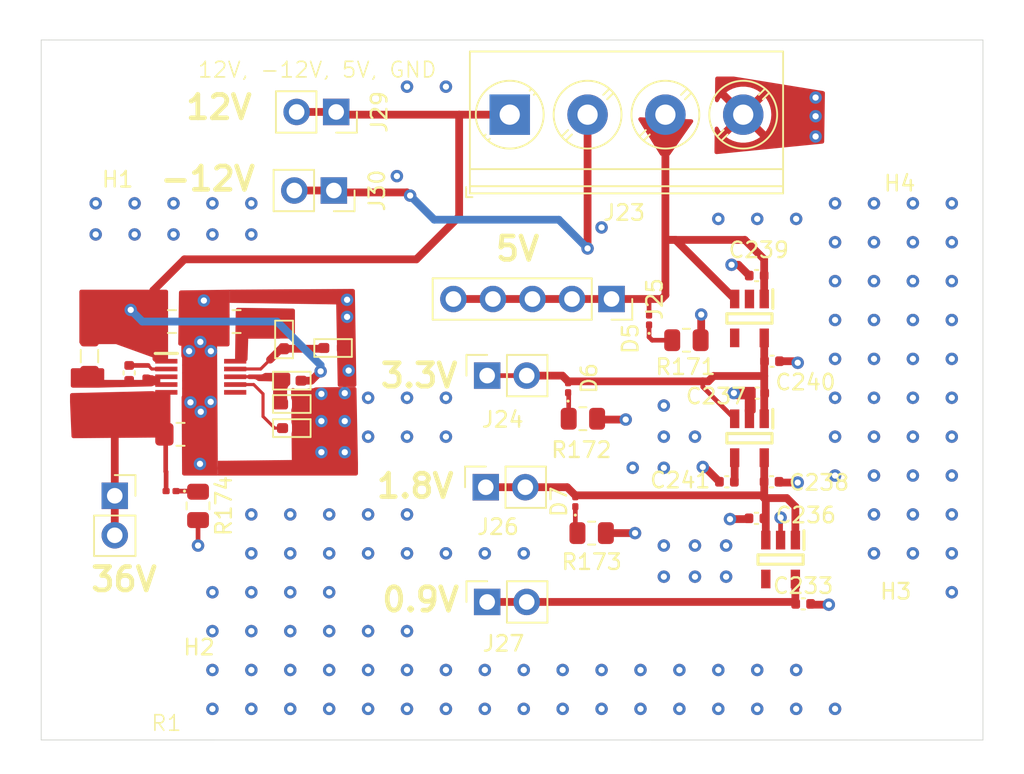
<source format=kicad_pcb>
(kicad_pcb (version 20240108) (generator "pcbnew") (generator_version "8.0")
  (layers (0 "F.Cu" signal) (1 "In1.Cu" power) (2 "In2.Cu" power) (31 "B.Cu" signal) (34 "B.Paste" user) (35 "F.Paste" user) (36 "B.SilkS" user "B.Silkscreen") (37 "F.SilkS" user "F.Silkscreen") (38 "B.Mask" user) (39 "F.Mask" user) (44 "Edge.Cuts" user))
  (net 0 "")
  (net 1 "5V")
  (net 2 "12V")
  (net 3 "3.3V")
  (net 4 "GND")
  (net 5 "Net-(IC7-NR{slash}FB)")
  (net 6 "Net-(D5-Pad1)")
  (net 7 "Net-(D6-Pad1)")
  (net 8 "Net-(D7-Pad1)")
  (net 11 "-12V")
  (net 12 "1.8V")
  (net 13 "Net-(D8-Pad1)")
  (net 14 "0.9V")
  (net 15 "SW")
  (net 16 "BST")
  (net 17 "Net-(IC2-INTVCC)")
  (net 18 "36V")
  (net 19 "EN{slash}UVLO")
  (net 20 "Net-(IC2-CTRL)")
  (net 21 "Net-(IC2-RT)")
  (footprint "LED_SMD:LED_0201_0603Metric" (layer "F.Cu") (at 162.85 61.855 90)
    (property "Reference" "D6" (at 0.605 1.35 90) (layer "F.SilkS"))
    (property "Value" "LED")
    (pad "1" smd roundrect (at -0.32 0 90) (size 0.46 0.4) (layers "F.Cu" "F.Mask") (net 7 "Net-(D6-Pad1)"))
    (pad "2" smd roundrect (at 0.32 0 90) (size 0.46 0.4) (layers "F.Cu" "F.Mask") (net 3 "3.3V"))
  )
  (footprint "Capacitor_SMD:C_0402_1005Metric" (layer "F.Cu") (at 174.95 70.25)
    (property "Reference" "C236" (at 3.175 -0.205 360) (layer "F.SilkS"))
    (property "Value" "1uF")
    (pad "1" smd roundrect (at -0.48 0) (size 0.56 0.62) (layers "F.Cu" "F.Paste" "F.Mask") (net 4 "GND"))
    (pad "2" smd roundrect (at 0.48 0) (size 0.56 0.62) (layers "F.Cu" "F.Paste" "F.Mask") (net 12 "1.8V"))
  )
  (footprint "Capacitor_SMD:C_0402_1005Metric" (layer "F.Cu") (at 173.05 67.9 180)
    (property "Reference" "C241" (at 3 0.1 360) (layer "F.SilkS"))
    (property "Value" "0.1uF")
    (pad "1" smd roundrect (at -0.48 0 180) (size 0.56 0.62) (layers "F.Cu" "F.Paste" "F.Mask") (net 5 "Net-(IC7-NR{slash}FB)"))
    (pad "2" smd roundrect (at 0.48 0 180) (size 0.56 0.62) (layers "F.Cu" "F.Paste" "F.Mask") (net 4 "GND"))
  )
  (footprint "Capacitor_SMD:C_0805_2012Metric_Pad1.18x1.45mm_HandSolder" (layer "F.Cu") (at 137.4 57.6)
    (property "Reference" "C51" (hide yes))
    (property "Value" "2.2uF")
    (pad "1" smd roundrect (at -1.0375 0) (size 1.175 1.45) (layers "F.Cu" "F.Paste" "F.Mask") (roundrect_rratio 0.212766) (net 2 "12V"))
    (pad "2" smd roundrect (at 1.0375 0) (size 1.175 1.45) (layers "F.Cu" "F.Paste" "F.Mask") (roundrect_rratio 0.212766) (net 4 "GND"))
  )
  (footprint "Capacitor_SMD:C_0402_1005Metric" (layer "F.Cu") (at 134.65 60.9 90)
    (property "Reference" "C52" (hide yes))
    (property "Value" "2.2uF")
    (pad "1" smd roundrect (at -0.48 0 90) (size 0.56 0.62) (layers "F.Cu" "F.Paste" "F.Mask") (net 15 "SW"))
    (pad "2" smd roundrect (at 0.48 0 90) (size 0.56 0.62) (layers "F.Cu" "F.Paste" "F.Mask") (net 16 "BST"))
  )
  (footprint "Connector_PinSocket_2.54mm:PinSocket_1x02_P2.54mm_Vertical" (layer "F.Cu") (at 157.65 61.075 90)
    (property "Reference" "J24" (at -2.825 1 0) (layer "F.SilkS"))
    (property "Value" "PINHD_1x2_Female")
    (pad "1" thru_hole rect (at 0 0 90) (size 1.7 1.7) (drill 1) (layers "*.Cu" "*.Mask") (net 3 "3.3V"))
    (pad "2" thru_hole oval (at 0 2.54 90) (size 1.7 1.7) (drill 1) (layers "*.Cu" "*.Mask") (net 3 "3.3V"))
  )
  (footprint "Resistor_SMD:R_0805_2012Metric" (layer "F.Cu") (at 139.075 69.45 -90)
    (property "Reference" "R174" (at 0 -1.65 90) (layer "F.SilkS"))
    (property "Value" "2.2k")
    (pad "1" smd roundrect (at -0.9125 0 270) (size 1.025 1.4) (layers "F.Cu" "F.Paste" "F.Mask") (roundrect_rratio 0.243902) (net 13 "Net-(D8-Pad1)"))
    (pad "2" smd roundrect (at 0.9125 0 270) (size 1.025 1.4) (layers "F.Cu" "F.Paste" "F.Mask") (roundrect_rratio 0.243902) (net 4 "GND"))
  )
  (footprint "PCM_Resistor_SMD_AKL:R_0402_1005Metric_Pad0.72x0.64mm_HandSolder" (layer "F.Cu") (at 145.1 62.9)
    (property "Reference" "R38" (hide yes))
    (property "Value" "162k")
    (pad "1" smd roundrect (at -0.5975 0) (size 0.715 0.64) (layers "F.Cu" "F.Paste" "F.Mask") (net 19 "EN{slash}UVLO"))
    (pad "2" smd roundrect (at 0.5975 0) (size 0.715 0.64) (layers "F.Cu" "F.Paste" "F.Mask") (net 4 "GND"))
  )
  (footprint "TerminalBlock_Phoenix:TerminalBlock_Phoenix_PT-1,5-4-5.0-H_1x04_P5.00mm_Horizontal" (layer "F.Cu") (at 159.1 44.3)
    (property "Reference" "J23" (at 7.35 6.3 0) (layer "F.SilkS"))
    (property "Value" "Screw_Terminal_4_P5.00mm")
    (pad "1" thru_hole rect (at 0 0) (size 2.6 2.6) (drill 1.3) (layers "*.Cu" "*.Mask") (net 2 "12V"))
    (pad "2" thru_hole circle (at 5 0) (size 2.6 2.6) (drill 1.3) (layers "*.Cu" "*.Mask") (net 11 "-12V"))
    (pad "3" thru_hole circle (at 10 0) (size 2.6 2.6) (drill 1.3) (layers "*.Cu" "*.Mask") (net 1 "5V"))
    (pad "4" thru_hole circle (at 15 0) (size 2.6 2.6) (drill 1.3) (layers "*.Cu" "*.Mask") (net 4 "GND"))
  )
  (footprint "PCM_Resistor_SMD_AKL:R_0402_1005Metric_Pad0.72x0.64mm_HandSolder" (layer "F.Cu") (at 144.6 58.75 -90)
    (property "Reference" "R40" (hide yes))
    (property "Value" "301k")
    (pad "1" smd roundrect (at -0.5975 0 270) (size 0.715 0.64) (layers "F.Cu" "F.Paste" "F.Mask") (net 17 "Net-(IC2-INTVCC)"))
    (pad "2" smd roundrect (at 0.5975 0 270) (size 0.715 0.64) (layers "F.Cu" "F.Paste" "F.Mask") (net 20 "Net-(IC2-CTRL)"))
  )
  (footprint "SamacSys_Parts:SOT95P280X145-5N" (layer "F.Cu") (at 176.5 72.9 -90)
    (property "Reference" "IC6" (hide yes))
    (property "Value" "TLV71209DBVT" (hide yes))
    (pad "1" smd rect (at -1.25 -0.95) (size 0.6 1.2) (layers "F.Cu" "F.Paste" "F.Mask") (net 12 "1.8V"))
    (pad "2" smd rect (at -1.25 0) (size 0.6 1.2) (layers "F.Cu" "F.Paste" "F.Mask") (net 4 "GND"))
    (pad "3" smd rect (at -1.25 0.95) (size 0.6 1.2) (layers "F.Cu" "F.Paste" "F.Mask") (net 12 "1.8V"))
    (pad "4" smd rect (at 1.25 0.95) (size 0.6 1.2) (layers "F.Cu" "F.Paste" "F.Mask"))
    (pad "5" smd rect (at 1.25 -0.95) (size 0.6 1.2) (layers "F.Cu" "F.Paste" "F.Mask") (net 14 "0.9V"))
  )
  (footprint "Connector_PinSocket_2.54mm:PinSocket_1x02_P2.54mm_Vertical" (layer "F.Cu") (at 133.725 68.8)
    (property "Reference" "J28" (hide yes))
    (property "Value" "PINHD_1x2_Female")
    (pad "1" thru_hole rect (at 0 0) (size 1.7 1.7) (drill 1) (layers "*.Cu" "*.Mask") (net 18 "36V"))
    (pad "2" thru_hole oval (at 0 2.54) (size 1.7 1.7) (drill 1) (layers "*.Cu" "*.Mask") (net 18 "36V"))
  )
  (footprint "SamacSys_Parts:SOP50P490X110-11N" (layer "F.Cu") (at 139.25 61.15)
    (property "Reference" "IC2" (hide yes))
    (property "Value" "LT8338" (hide yes))
    (pad "1" smd rect (at -2.212 -1 90) (size 0.3 1.425) (layers "F.Cu" "F.Paste" "F.Mask") (net 2 "12V"))
    (pad "2" smd rect (at -2.212 -0.5 90) (size 0.3 1.425) (layers "F.Cu" "F.Paste" "F.Mask") (net 16 "BST"))
    (pad "3" smd rect (at -2.212 0 90) (size 0.3 1.425) (layers "F.Cu" "F.Paste" "F.Mask") (net 15 "SW"))
    (pad "4" smd rect (at -2.212 0.5 90) (size 0.3 1.425) (layers "F.Cu" "F.Paste" "F.Mask") (net 15 "SW"))
    (pad "5" smd rect (at -2.212 1 90) (size 0.3 1.425) (layers "F.Cu" "F.Paste" "F.Mask") (net 18 "36V"))
    (pad "6" smd rect (at 2.212 1 90) (size 0.3 1.425) (layers "F.Cu" "F.Paste" "F.Mask") (net 4 "GND"))
    (pad "7" smd rect (at 2.212 0.5 90) (size 0.3 1.425) (layers "F.Cu" "F.Paste" "F.Mask") (net 21 "Net-(IC2-RT)"))
    (pad "8" smd rect (at 2.212 0 90) (size 0.3 1.425) (layers "F.Cu" "F.Paste" "F.Mask") (net 19 "EN{slash}UVLO"))
    (pad "9" smd rect (at 2.212 -0.5 90) (size 0.3 1.425) (layers "F.Cu" "F.Paste" "F.Mask") (net 20 "Net-(IC2-CTRL)"))
    (pad "10" smd rect (at 2.212 -1 90) (size 0.3 1.425) (layers "F.Cu" "F.Paste" "F.Mask") (net 17 "Net-(IC2-INTVCC)"))
    (pad "11" smd rect (at 0 0) (size 1.68 1.88) (layers "F.Cu" "F.Paste" "F.Mask") (net 4 "GND"))
  )
  (footprint "LED_SMD:LED_0201_0603Metric" (layer "F.Cu") (at 163.3125 69.1825 90)
    (property "Reference" "D7" (at 0 -1.05 90) (layer "F.SilkS"))
    (property "Value" "LED")
    (pad "1" smd roundrect (at -0.32 0 90) (size 0.46 0.4) (layers "F.Cu" "F.Mask") (net 8 "Net-(D7-Pad1)"))
    (pad "2" smd roundrect (at 0.32 0 90) (size 0.46 0.4) (layers "F.Cu" "F.Mask") (net 12 "1.8V"))
  )
  (footprint "MountingHole:MountingHole_3.2mm_M3" (layer "F.Cu") (at 134.25 44.15)
    (property "Reference" "H1" (at -0.3412 4.3132 0) (layer "F.SilkS"))
    (property "Value" "MountingHole_M3")
    (pad "" np_thru_hole circle (at 0 0) (size 3.2 3.2) (drill 3.2) (layers "*.Cu" "*.Mask"))
  )
  (footprint "Connector_PinSocket_2.54mm:PinSocket_1x02_P2.54mm_Vertical" (layer "F.Cu") (at 157.56 68.25 90)
    (property "Reference" "J26" (at -2.55 0.79 180) (layer "F.SilkS"))
    (property "Value" "PINHD_1x2_Female")
    (pad "1" thru_hole rect (at 0 0 90) (size 1.7 1.7) (drill 1) (layers "*.Cu" "*.Mask") (net 12 "1.8V"))
    (pad "2" thru_hole oval (at 0 2.54 90) (size 1.7 1.7) (drill 1) (layers "*.Cu" "*.Mask") (net 12 "1.8V"))
  )
  (footprint "PCM_Resistor_SMD_AKL:R_0402_1005Metric_Pad0.72x0.64mm_HandSolder" (layer "F.Cu") (at 145.1 61.4 180)
    (property "Reference" "R37" (hide yes))
    (property "Value" "1M")
    (pad "1" smd roundrect (at -0.5975 0 180) (size 0.715 0.64) (layers "F.Cu" "F.Paste" "F.Mask") (net 2 "12V"))
    (pad "2" smd roundrect (at 0.5975 0 180) (size 0.715 0.64) (layers "F.Cu" "F.Paste" "F.Mask") (net 19 "EN{slash}UVLO"))
  )
  (footprint "MountingHole:MountingHole_3.2mm_M3" (layer "F.Cu") (at 183.9 44.15)
    (property "Reference" "H4" (at 0.25 4.5672 0) (layer "F.SilkS"))
    (property "Value" "MountingHole_M3")
    (pad "" np_thru_hole circle (at 0 0) (size 3.2 3.2) (drill 3.2) (layers "*.Cu" "*.Mask"))
  )
  (footprint "Connector_PinSocket_2.54mm:PinSocket_1x02_P2.54mm_Vertical" (layer "F.Cu") (at 147.95 44.125 -90)
    (property "Reference" "J29" (at 0 -2.77 90) (layer "F.SilkS"))
    (property "Value" "PINHD_1x2_Female")
    (pad "1" thru_hole rect (at 0 0 270) (size 1.7 1.7) (drill 1) (layers "*.Cu" "*.Mask") (net 2 "12V"))
    (pad "2" thru_hole oval (at 0 2.54 270) (size 1.7 1.7) (drill 1) (layers "*.Cu" "*.Mask") (net 2 "12V"))
  )
  (footprint "LED_SMD:LED_0201_0603Metric" (layer "F.Cu") (at 168.05 57.5 90)
    (property "Reference" "D5" (at -1.2 -1.2 90) (layer "F.SilkS"))
    (property "Value" "LED")
    (pad "1" smd roundrect (at -0.32 0 90) (size 0.46 0.4) (layers "F.Cu" "F.Mask") (net 6 "Net-(D5-Pad1)"))
    (pad "2" smd roundrect (at 0.32 0 90) (size 0.46 0.4) (layers "F.Cu" "F.Mask") (net 1 "5V"))
  )
  (footprint "Resistor_SMD:R_0805_2012Metric" (layer "F.Cu") (at 163.8 63.8475)
    (property "Reference" "R172" (at -0.1 2.0025 360) (layer "F.SilkS"))
    (property "Value" "2.2k")
    (pad "1" smd roundrect (at -0.9125 0) (size 1.025 1.4) (layers "F.Cu" "F.Paste" "F.Mask") (roundrect_rratio 0.243902) (net 7 "Net-(D6-Pad1)"))
    (pad "2" smd roundrect (at 0.9125 0) (size 1.025 1.4) (layers "F.Cu" "F.Paste" "F.Mask") (roundrect_rratio 0.243902) (net 4 "GND"))
  )
  (footprint "LED_SMD:LED_0201_0603Metric" (layer "F.Cu") (at 137.3425 68.5 180)
    (property "Reference" "D8" (hide yes))
    (property "Value" "LED")
    (pad "1" smd roundrect (at -0.32 0 180) (size 0.46 0.4) (layers "F.Cu" "F.Mask") (net 13 "Net-(D8-Pad1)"))
    (pad "2" smd roundrect (at 0.32 0 180) (size 0.46 0.4) (layers "F.Cu" "F.Mask") (net 18 "36V"))
  )
  (footprint "Inductor_SMD:L_0805_2012Metric" (layer "F.Cu") (at 132.1 59.825 -90)
    (property "Reference" "L4" (hide yes))
    (property "Value" "10uH")
    (pad "1" smd roundrect (at -1.0625 0 270) (size 0.875 1.2) (layers "F.Cu" "F.Paste" "F.Mask") (net 2 "12V"))
    (pad "2" smd roundrect (at 1.0625 0 270) (size 0.875 1.2) (layers "F.Cu" "F.Paste" "F.Mask") (net 15 "SW"))
  )
  (footprint "PCM_Resistor_SMD_AKL:R_0402_1005Metric_Pad0.72x0.64mm_HandSolder" (layer "F.Cu") (at 145.1 64.45)
    (property "Reference" "R39" (hide yes))
    (property "Value" "40.2k")
    (pad "1" smd roundrect (at -0.5975 0) (size 0.715 0.64) (layers "F.Cu" "F.Paste" "F.Mask") (net 21 "Net-(IC2-RT)"))
    (pad "2" smd roundrect (at 0.5975 0) (size 0.715 0.64) (layers "F.Cu" "F.Paste" "F.Mask") (net 4 "GND"))
  )
  (footprint "Capacitor_SMD:C_0805_2012Metric_Pad1.18x1.45mm_HandSolder" (layer "F.Cu") (at 137.95 64.85)
    (property "Reference" "C242" (hide yes))
    (property "Value" "4.7uF")
    (pad "1" smd roundrect (at -1.0375 0) (size 1.175 1.45) (layers "F.Cu" "F.Paste" "F.Mask") (roundrect_rratio 0.212766) (net 18 "36V"))
    (pad "2" smd roundrect (at 1.0375 0) (size 1.175 1.45) (layers "F.Cu" "F.Paste" "F.Mask") (roundrect_rratio 0.212766) (net 4 "GND"))
  )
  (footprint "PCM_Resistor_SMD_AKL:R_0402_1005Metric_Pad0.72x0.64mm_HandSolder" (layer "F.Cu") (at 147.75 59.3)
    (property "Reference" "R41" (hide yes))
    (property "Value" "1M")
    (pad "1" smd roundrect (at -0.5975 0) (size 0.715 0.64) (layers "F.Cu" "F.Paste" "F.Mask") (net 20 "Net-(IC2-CTRL)"))
    (pad "2" smd roundrect (at 0.5975 0) (size 0.715 0.64) (layers "F.Cu" "F.Paste" "F.Mask") (net 4 "GND"))
  )
  (footprint "Connector_PinSocket_2.54mm:PinSocket_1x05_P2.54mm_Vertical" (layer "F.Cu") (at 165.64 56.15 -90)
    (property "Reference" "J25" (at 0 -2.77 90) (layer "F.SilkS"))
    (property "Value" "PINHD_1x5_Female")
    (pad "1" thru_hole rect (at 0 0 270) (size 1.7 1.7) (drill 1) (layers "*.Cu" "*.Mask") (net 1 "5V"))
    (pad "2" thru_hole oval (at 0 2.54 270) (size 1.7 1.7) (drill 1) (layers "*.Cu" "*.Mask") (net 1 "5V"))
    (pad "3" thru_hole oval (at 0 5.08 270) (size 1.7 1.7) (drill 1) (layers "*.Cu" "*.Mask") (net 1 "5V"))
    (pad "4" thru_hole oval (at 0 7.62 270) (size 1.7 1.7) (drill 1) (layers "*.Cu" "*.Mask") (net 1 "5V"))
    (pad "5" thru_hole oval (at 0 10.16 270) (size 1.7 1.7) (drill 1) (layers "*.Cu" "*.Mask") (net 1 "5V"))
  )
  (footprint "SamacSys_Parts:SOT95P280X145-5N" (layer "F.Cu") (at 174.5 57.4 -90)
    (property "Reference" "IC8" (hide yes))
    (property "Value" "TLV73333PDBVR" (hide yes))
    (pad "1" smd rect (at -1.25 -0.95) (size 0.6 1.2) (layers "F.Cu" "F.Paste" "F.Mask") (net 1 "5V"))
    (pad "2" smd rect (at -1.25 0) (size 0.6 1.2) (layers "F.Cu" "F.Paste" "F.Mask") (net 4 "GND"))
    (pad "3" smd rect (at -1.25 0.95) (size 0.6 1.2) (layers "F.Cu" "F.Paste" "F.Mask") (net 1 "5V"))
    (pad "4" smd rect (at 1.25 0.95) (size 0.6 1.2) (layers "F.Cu" "F.Paste" "F.Mask"))
    (pad "5" smd rect (at 1.25 -0.95) (size 0.6 1.2) (layers "F.Cu" "F.Paste" "F.Mask") (net 3 "3.3V"))
  )
  (footprint "Capacitor_SMD:C_0805_2012Metric_Pad1.18x1.45mm_HandSolder" (layer "F.Cu") (at 141.55 57.6 180)
    (property "Reference" "C53" (hide yes))
    (property "Value" "2.2uF")
    (pad "1" smd roundrect (at -1.0375 0 180) (size 1.175 1.45) (layers "F.Cu" "F.Paste" "F.Mask") (roundrect_rratio 0.212766) (net 17 "Net-(IC2-INTVCC)"))
    (pad "2" smd roundrect (at 1.0375 0 180) (size 1.175 1.45) (layers "F.Cu" "F.Paste" "F.Mask") (roundrect_rratio 0.212766) (net 4 "GND"))
  )
  (footprint "Capacitor_SMD:C_0402_1005Metric" (layer "F.Cu") (at 175 62.2)
    (property "Reference" "C237" (at -2.65 0.2 0) (layer "F.SilkS"))
    (property "Value" "1uF")
    (pad "1" smd roundrect (at -0.48 0) (size 0.56 0.62) (layers "F.Cu" "F.Paste" "F.Mask") (net 4 "GND"))
    (pad "2" smd roundrect (at 0.48 0) (size 0.56 0.62) (layers "F.Cu" "F.Paste" "F.Mask") (net 3 "3.3V"))
  )
  (footprint "SamacSys_Parts:SOT95P280X145-5N" (layer "F.Cu") (at 174.5 65.1 -90)
    (property "Reference" "IC7" (hide yes))
    (property "Value" "TPS73618DBVTG4" (hide yes))
    (pad "1" smd rect (at -1.25 -0.95) (size 0.6 1.2) (layers "F.Cu" "F.Paste" "F.Mask") (net 3 "3.3V"))
    (pad "2" smd rect (at -1.25 0) (size 0.6 1.2) (layers "F.Cu" "F.Paste" "F.Mask") (net 4 "GND"))
    (pad "3" smd rect (at -1.25 0.95) (size 0.6 1.2) (layers "F.Cu" "F.Paste" "F.Mask") (net 3 "3.3V"))
    (pad "4" smd rect (at 1.25 0.95) (size 0.6 1.2) (layers "F.Cu" "F.Paste" "F.Mask") (net 5 "Net-(IC7-NR{slash}FB)"))
    (pad "5" smd rect (at 1.25 -0.95) (size 0.6 1.2) (layers "F.Cu" "F.Paste" "F.Mask") (net 12 "1.8V"))
  )
  (footprint "Connector_PinSocket_2.54mm:PinSocket_1x02_P2.54mm_Vertical" (layer "F.Cu") (at 157.65 75.625 90)
    (property "Reference" "J27" (at -2.675 1.05 180) (layer "F.SilkS"))
    (property "Value" "PINHD_1x2_Female")
    (pad "1" thru_hole rect (at 0 0 90) (size 1.7 1.7) (drill 1) (layers "*.Cu" "*.Mask") (net 14 "0.9V"))
    (pad "2" thru_hole oval (at 0 2.54 90) (size 1.7 1.7) (drill 1) (layers "*.Cu" "*.Mask") (net 14 "0.9V"))
  )
  (footprint "Connector_PinSocket_2.54mm:PinSocket_1x02_P2.54mm_Vertical" (layer "F.Cu") (at 147.8 49.175 -90)
    (property "Reference" "J30" (at 0 -2.77 90) (layer "F.SilkS"))
    (property "Value" "PINHD_1x2_Female")
    (pad "1" thru_hole rect (at 0 0 270) (size 1.7 1.7) (drill 1) (layers "*.Cu" "*.Mask") (net 11 "-12V"))
    (pad "2" thru_hole oval (at 0 2.54 270) (size 1.7 1.7) (drill 1) (layers "*.Cu" "*.Mask") (net 11 "-12V"))
  )
  (footprint "Capacitor_SMD:C_0402_1005Metric" (layer "F.Cu") (at 177.95 75.75)
    (property "Reference" "C233" (at 0 -1.16 360) (layer "F.SilkS"))
    (property "Value" "1uF")
    (pad "1" smd roundrect (at -0.48 0) (size 0.56 0.62) (layers "F.Cu" "F.Paste" "F.Mask") (net 14 "0.9V"))
    (pad "2" smd roundrect (at 0.48 0) (size 0.56 0.62) (layers "F.Cu" "F.Paste" "F.Mask") (net 4 "GND"))
  )
  (footprint "MountingHole:MountingHole_3.2mm_M3" (layer "F.Cu") (at 133.9 79.15)
    (property "Reference" "H2" (at 5.2412 -0.6132 0) (layer "F.SilkS"))
    (property "Value" "MountingHole_M3")
    (pad "" np_thru_hole circle (at 0 0) (size 3.2 3.2) (drill 3.2) (layers "*.Cu" "*.Mask"))
  )
  (footprint "Resistor_SMD:R_0805_2012Metric" (layer "F.Cu") (at 170.45 58.8)
    (property "Reference" "R171" (at -0.05 1.7125 360) (layer "F.SilkS"))
    (property "Value" "2.2k")
    (pad "1" smd roundrect (at -0.9125 0) (size 1.025 1.4) (layers "F.Cu" "F.Paste" "F.Mask") (roundrect_rratio 0.243902) (net 6 "Net-(D5-Pad1)"))
    (pad "2" smd roundrect (at 0.9125 0) (size 1.025 1.4) (layers "F.Cu" "F.Paste" "F.Mask") (roundrect_rratio 0.243902) (net 4 "GND"))
  )
  (footprint "Capacitor_SMD:C_0402_1005Metric" (layer "F.Cu") (at 175.92 67.9)
    (property "Reference" "C238" (at 3.05 0.05 0) (layer "F.SilkS"))
    (property "Value" "1uF")
    (pad "1" smd roundrect (at -0.48 0) (size 0.56 0.62) (layers "F.Cu" "F.Paste" "F.Mask") (net 12 "1.8V"))
    (pad "2" smd roundrect (at 0.48 0) (size 0.56 0.62) (layers "F.Cu" "F.Paste" "F.Mask") (net 4 "GND"))
  )
  (footprint "MountingHole:MountingHole_3.2mm_M3" (layer "F.Cu") (at 183.9 79.15)
    (property "Reference" "H3" (at 0 -4.2 0) (layer "F.SilkS"))
    (property "Value" "MountingHole_M3")
    (pad "" np_thru_hole circle (at 0 0) (size 3.2 3.2) (drill 3.2) (layers "*.Cu" "*.Mask"))
  )
  (footprint "Resistor_SMD:R_0805_2012Metric" (layer "F.Cu") (at 164.3625 71.2)
    (property "Reference" "R173" (at 0 1.85 360) (layer "F.SilkS"))
    (property "Value" "2.2k")
    (pad "1" smd roundrect (at -0.9125 0) (size 1.025 1.4) (layers "F.Cu" "F.Paste" "F.Mask") (roundrect_rratio 0.243902) (net 8 "Net-(D7-Pad1)"))
    (pad "2" smd roundrect (at 0.9125 0) (size 1.025 1.4) (layers "F.Cu" "F.Paste" "F.Mask") (roundrect_rratio 0.243902) (net 4 "GND"))
  )
  (footprint "Capacitor_SMD:C_0402_1005Metric" (layer "F.Cu") (at 174.965 54.645)
    (property "Reference" "C239" (at 0.135 -1.645 360) (layer "F.SilkS"))
    (property "Value" "1uF")
    (pad "1" smd roundrect (at -0.48 0) (size 0.56 0.62) (layers "F.Cu" "F.Paste" "F.Mask") (net 4 "GND"))
    (pad "2" smd roundrect (at 0.48 0) (size 0.56 0.62) (layers "F.Cu" "F.Paste" "F.Mask") (net 1 "5V"))
  )
  (footprint "Capacitor_SMD:C_0402_1005Metric" (layer "F.Cu") (at 175.95 60.15)
    (property "Reference" "C240" (at 2.15 1.35 360) (layer "F.SilkS"))
    (property "Value" "1uF")
    (pad "1" smd roundrect (at -0.48 0) (size 0.56 0.62) (layers "F.Cu" "F.Paste" "F.Mask") (net 3 "3.3V"))
    (pad "2" smd roundrect (at 0.48 0) (size 0.56 0.62) (layers "F.Cu" "F.Paste" "F.Mask") (net 4 "GND"))
  )
  (gr_line (start 129 39.496836) (end 129.5 39.5) (stroke (width 0.05)) (layer "Edge.Cuts"))
  (gr_line (start 129 84.496836) (end 129 39.496836) (stroke (width 0.05)) (layer "Edge.Cuts"))
  (gr_line (start 129 84.496836) (end 189.5 84.5) (stroke (width 0.05)) (layer "Edge.Cuts"))
  (gr_line (start 129.5 39.5) (end 189.5 39.5) (stroke (width 0.05)) (layer "Edge.Cuts"))
  (gr_line (start 189.5 39.5) (end 189.5 84.5) (stroke (width 0.05)) (layer "Edge.Cuts"))
  (gr_text "1.8V" (at 150.4 69.05 0) (layer "F.SilkS") (effects (font (size 1.5 1.5) (thickness 0.3) (bold yes)) (justify left bottom)))
  (gr_text "3.3V" (at 150.65 61.95 0) (layer "F.SilkS") (effects (font (size 1.5 1.5) (thickness 0.3) (bold yes)) (justify left bottom)))
  (gr_text "12V" (at 138.15 44.7 0) (layer "F.SilkS") (effects (font (size 1.5 1.5) (thickness 0.3) (bold yes)) (justify left bottom)))
  (gr_text "5V\n" (at 158.05 53.8 0) (layer "F.SilkS") (effects (font (size 1.5 1.5) (thickness 0.3) (bold yes)) (justify left bottom)))
  (gr_text "R1" (at 136 84 0) (layer "F.SilkS") (effects (font (size 1 1) (thickness 0.1)) (justify left bottom)))
  (gr_text "-12V" (at 136.5 49.3 0) (layer "F.SilkS") (effects (font (size 1.5 1.5) (thickness 0.3) (bold yes)) (justify left bottom)))
  (gr_text "0.9V" (at 150.75 76.35 0) (layer "F.SilkS") (effects (font (size 1.5 1.5) (thickness 0.3) (bold yes)) (justify left bottom)))
  (gr_text "36V\n" (at 132.05 75.05 0) (layer "F.SilkS") (effects (font (size 1.5 1.5) (thickness 0.3) (bold yes)) (justify left bottom)))
  (gr_text "12V, -12V, 5V, GND" (at 139 42 0) (layer "F.SilkS") (effects (font (size 1 1) (thickness 0.1)) (justify left bottom)))
  (segment (start 169.75 52.35) (end 173.55 56.15) (width 0.5) (layer "F.Cu") (net 1))
  (segment (start 175.445 56.145) (end 175.45 56.15) (width 0.5) (layer "F.Cu") (net 1))
  (segment (start 169.1 52.35) (end 169.1 44.3) (width 0.5) (layer "F.Cu") (net 1))
  (segment (start 169.1 55.9) (end 169.1 52.35) (width 0.5) (layer "F.Cu") (net 1))
  (segment (start 174.2 52.35) (end 175.445 53.595) (width 0.5) (layer "F.Cu") (net 1))
  (segment (start 163.1 56.15) (end 160.56 56.15) (width 0.5) (layer "F.Cu") (net 1))
  (segment (start 165.64 56.15) (end 163.1 56.15) (width 0.5) (layer "F.Cu") (net 1))
  (segment (start 175.445 54.645) (end 175.445 56.145) (width 0.5) (layer "F.Cu") (net 1))
  (segment (start 175.445 53.595) (end 175.445 54.645) (width 0.5) (layer "F.Cu") (net 1))
  (segment (start 168.85 56.15) (end 169.1 55.9) (width 0.5) (layer "F.Cu") (net 1))
  (segment (start 168.05 56.15) (end 168.85 56.15) (width 0.5) (layer "F.Cu") (net 1))
  (segment (start 169.1 52.35) (end 169.3 52.35) (width 0.5) (layer "F.Cu") (net 1))
  (segment (start 169.3 52.35) (end 169.75 52.35) (width 0.5) (layer "F.Cu") (net 1))
  (segment (start 160.56 56.15) (end 158.02 56.15) (width 0.5) (layer "F.Cu") (net 1))
  (segment (start 169.3 52.35) (end 174.2 52.35) (width 0.5) (layer "F.Cu") (net 1))
  (segment (start 168.05 57.18) (end 168.05 56.15) (width 0.3) (layer "F.Cu") (net 1))
  (segment (start 158.02 56.15) (end 155.48 56.15) (width 0.5) (layer "F.Cu") (net 1))
  (segment (start 165.64 56.15) (end 168.05 56.15) (width 0.5) (layer "F.Cu") (net 1))
  (segment (start 155.85 50.85) (end 153.1 53.6) (width 0.5) (layer "F.Cu") (net 2))
  (segment (start 146.35 61.4) (end 145.6975 61.4) (width 0.5) (layer "F.Cu") (net 2))
  (segment (start 153.1 53.6) (end 138.2 53.6) (width 0.5) (layer "F.Cu") (net 2))
  (segment (start 138.2 53.6) (end 136.2 55.6) (width 0.5) (layer "F.Cu") (net 2))
  (segment (start 155.85 44.3) (end 148.125 44.3) (width 0.5) (layer "F.Cu") (net 2))
  (segment (start 136.3625 55.7625) (end 136.3625 57.6) (width 0.5) (layer "F.Cu") (net 2))
  (segment (start 159.1 44.3) (end 155.85 44.3) (width 0.5) (layer "F.Cu") (net 2))
  (segment (start 146.95 60.8) (end 146.35 61.4) (width 0.5) (layer "F.Cu") (net 2))
  (segment (start 147.95 44.125) (end 145.41 44.125) (width 0.5) (layer "F.Cu") (net 2))
  (segment (start 148.125 44.3) (end 147.95 44.125) (width 0.5) (layer "F.Cu") (net 2))
  (segment (start 155.85 44.3) (end 155.85 50.85) (width 0.5) (layer "F.Cu") (net 2))
  (segment (start 136.2 55.6) (end 136.3625 55.7625) (width 0.5) (layer "F.Cu") (net 2))
  (via (at 146.95 60.8) (size 0.8) (drill 0.4) (layers "F.Cu" "B.Cu") (net 2))
  (via (at 134.75 56.85) (size 0.8) (drill 0.4) (layers "F.Cu" "B.Cu") (net 2))
  (segment (start 146.95 60.4) (end 144.15 57.6) (width 0.5) (layer "B.Cu") (net 2))
  (segment (start 144.15 57.6) (end 135.5 57.6) (width 0.5) (layer "B.Cu") (net 2))
  (segment (start 146.95 60.8) (end 146.95 60.4) (width 0.5) (layer "B.Cu") (net 2))
  (segment (start 135.5 57.6) (end 134.75 56.85) (width 0.5) (layer "B.Cu") (net 2))
  (segment (start 162.85 61.445) (end 171.5 61.445) (width 0.5) (layer "F.Cu") (net 3))
  (segment (start 172.2 61.1) (end 175.45 61.1) (width 0.5) (layer "F.Cu") (net 3))
  (segment (start 175.45 61.1) (end 175.45 63.85) (width 0.5) (layer "F.Cu") (net 3))
  (segment (start 171.855 61.445) (end 172.2 61.1) (width 0.5) (layer "F.Cu") (net 3))
  (segment (start 160.65 61.535) (end 160.19 61.075) (width 0.3) (layer "F.Cu") (net 3))
  (segment (start 173.55 63.85) (end 171.5 61.8) (width 0.3) (layer "F.Cu") (net 3))
  (segment (start 160.19 61.075) (end 157.65 61.075) (width 0.3) (layer "F.Cu") (net 3))
  (segment (start 162.85 61.445) (end 162.48 61.075) (width 0.5) (layer "F.Cu") (net 3))
  (segment (start 162.48 61.075) (end 160.19 61.075) (width 0.5) (layer "F.Cu") (net 3))
  (segment (start 171.5 61.445) (end 171.855 61.445) (width 0.5) (layer "F.Cu") (net 3))
  (segment (start 171.5 61.8) (end 171.5 61.445) (width 0.3) (layer "F.Cu") (net 3))
  (segment (start 175.45 58.65) (end 175.45 61.1) (width 0.5) (layer "F.Cu") (net 3))
  (segment (start 176.43 60.15) (end 177.5 60.15) (width 0.5) (layer "F.Cu") (net 4))
  (segment (start 178.48 75.8) (end 178.43 75.75) (width 0.5) (layer "F.Cu") (net 4))
  (segment (start 171.4 58.7625) (end 171.3625 58.8) (width 0.5) (layer "F.Cu") (net 4))
  (segment (start 179.6 75.8) (end 178.48 75.8) (width 0.5) (layer "F.Cu") (net 4))
  (segment (start 173.35 53.95) (end 173.79 53.95) (width 0.5) (layer "F.Cu") (net 4))
  (segment (start 171.62 66.95) (end 172.57 67.9) (width 0.5) (layer "F.Cu") (net 4))
  (segment (start 174.42 70.3) (end 174.47 70.25) (width 0.5) (layer "F.Cu") (net 4))
  (segment (start 166.55 63.9) (end 164.765 63.9) (width 0.5) (layer "F.Cu") (net 4))
  (segment (start 177.5 60.15) (end 177.6 60.25) (width 0.5) (layer "F.Cu") (net 4))
  (segment (start 167.15 71.2) (end 165.275 71.2) (width 0.5) (layer "F.Cu") (net 4))
  (segment (start 173.25 70.3) (end 174.42 70.3) (width 0.5) (layer "F.Cu") (net 4))
  (segment (start 176.5 70.2) (end 176.5 71.65) (width 0.3) (layer "F.Cu") (net 4))
  (segment (start 139.075 70.3625) (end 139.075 72) (width 0.3) (layer "F.Cu") (net 4))
  (segment (start 177.6 67.95) (end 176.45 67.95) (width 0.5) (layer "F.Cu") (net 4))
  (segment (start 173.79 53.95) (end 174.485 54.645) (width 0.5) (layer "F.Cu") (net 4))
  (segment (start 164.765 63.9) (end 164.7125 63.8475) (width 0.5) (layer "F.Cu") (net 4))
  (segment (start 176.45 67.95) (end 176.4 67.9) (width 0.5) (layer "F.Cu") (net 4))
  (segment (start 171.4 57.15) (end 171.4 58.7625) (width 0.5) (layer "F.Cu") (net 4))
  (segment (start 171.5 66.95) (end 171.62 66.95) (width 0.5) (layer "F.Cu") (net 4))
  (via (at 177.5 80) (size 0.8) (drill 0.4) (layers "F.Cu" "B.Cu") (net 4))
  (via (at 152.5 82.5) (size 0.8) (drill 0.4) (layers "F.Cu" "B.Cu") (net 4))
  (via (at 150 80) (size 0.8) (drill 0.4) (layers "F.Cu" "B.Cu") (net 4))
  (via (at 145 77.5) (size 0.8) (drill 0.4) (layers "F.Cu" "B.Cu") (net 4))
  (via (at 152.5 80) (size 0.8) (drill 0.4) (layers "F.Cu" "B.Cu") (net 4))
  (via (at 160 72.5) (size 0.8) (drill 0.4) (layers "F.Cu" "B.Cu") (net 4))
  (via (at 155 42.5) (size 0.8) (drill 0.4) (layers "F.Cu" "B.Cu") (net 4))
  (via (at 145 82.5) (size 0.8) (drill 0.4) (layers "F.Cu" "B.Cu") (net 4))
  (via (at 140 80) (size 0.8) (drill 0.4) (layers "F.Cu" "B.Cu") (net 4))
  (via (at 148.75 60.75) (size 0.8) (drill 0.4) (layers "F.Cu" "B.Cu") (net 4))
  (via (at 166.55 63.9) (size 0.8) (drill 0.4) (layers "F.Cu" "B.Cu") (net 4))
  (via (at 171.5 66.95) (size 0.8) (drill 0.4) (layers "F.Cu" "B.Cu") (net 4))
  (via (at 167.5 80) (size 0.8) (drill 0.4) (layers "F.Cu" "B.Cu") (net 4))
  (via (at 165 82.5) (size 0.8) (drill 0.4) (layers "F.Cu" "B.Cu") (net 4))
  (via (at 142.5 75) (size 0.8) (drill 0.4) (layers "F.Cu" "B.Cu") (net 4))
  (via (at 148.5 62.2) (size 0.8) (drill 0.4) (layers "F.Cu" "B.Cu") (net 4))
  (via (at 138.5 59.5) (size 0.8) (drill 0.4) (layers "F.Cu" "B.Cu") (net 4))
  (via (at 180 60) (size 0.8) (drill 0.4) (layers "F.Cu" "B.Cu") (net 4))
  (via (at 142.5 80) (size 0.8) (drill 0.4) (layers "F.Cu" "B.Cu") (net 4))
  (via (at 147 66) (size 0.8) (drill 0.4) (layers "F.Cu" "B.Cu") (net 4))
  (via (at 147.5 75) (size 0.8) (drill 0.4) (layers "F.Cu" "B.Cu") (net 4))
  (via (at 152.5 62.5) (size 0.8) (drill 0.4) (layers "F.Cu" "B.Cu") (net 4))
  (via (at 147.5 70) (size 0.8) (drill 0.4) (layers "F.Cu" "B.Cu") (net 4))
  (via (at 147 64) (size 0.8) (drill 0.4) (layers "F.Cu" "B.Cu") (net 4))
  (via (at 177.6 67.95) (size 0.8) (drill 0.4) (layers "F.Cu" "B.Cu") (net 4))
  (via (at 140 50) (size 0.8) (drill 0.4) (layers "F.Cu" "B.Cu") (net 4))
  (via (at 173.5 62.2) (size 0.8) (drill 0.4) (layers "F.Cu" "B.Cu") (net 4))
  (via (at 179.6 75.8) (size 0.8) (drill 0.4) (layers "F.Cu" "B.Cu") (net 4))
  (via (at 148.5 64) (size 0.8) (drill 0.4) (layers "F.Cu" "B.Cu") (net 4))
  (via (at 172.5 80) (size 0.8) (drill 0.4) (layers "F.Cu" "B.Cu") (net 4))
  (via (at 185 55) (size 0.8) (drill 0.4) (layers "F.Cu" "B.Cu") (net 4))
  (via (at 165 51.55) (size 0.8) (drill 0.4) (layers "F.Cu" "B.Cu") (net 4))
  (via (at 160 80) (size 0.8) (drill 0.4) (layers "F.Cu" "B.Cu") (net 4))
  (via (at 162.5 80) (size 0.8) (drill 0.4) (layers "F.Cu" "B.Cu") (net 4))
  (via (at 155 82.5) (size 0.8) (drill 0.4) (layers "F.Cu" "B.Cu") (net 4))
  (via (at 185 70) (size 0.8) (drill 0.4) (layers "F.Cu" "B.Cu") (net 4))
  (via (at 148.5 66) (size 0.8) (drill 0.4) (layers "F.Cu" "B.Cu") (net 4))
  (via (at 187.5 72.5) (size 0.8) (drill 0.4) (layers "F.Cu" "B.Cu") (net 4))
  (via (at 173 74) (size 0.8) (drill 0.4) (layers "F.Cu" "B.Cu") (net 4))
  (via (at 169 63) (size 0.8) (drill 0.4) (layers "F.Cu" "B.Cu") (net 4))
  (via (at 160 82.5) (size 0.8) (drill 0.4) (layers "F.Cu" "B.Cu") (net 4))
  (via (at 182.5 72.5) (size 0.8) (drill 0.4) (layers "F.Cu" "B.Cu") (net 4))
  (via (at 155 62.5) (size 0.8) (drill 0.4) (layers "F.Cu" "B.Cu") (net 4))
  (via (at 152.5 42.5) (size 0.8) (drill 0.4) (layers "F.Cu" "B.Cu") (net 4))
  (via (at 187.5 55) (size 0.8) (drill 0.4) (layers "F.Cu" "B.Cu") (net 4))
  (via (at 187.5 50) (size 0.8) (drill 0.4) (layers "F.Cu" "B.Cu") (net 4))
  (via (at 155 80) (size 0.8) (drill 0.4) (layers "F.Cu" "B.Cu") (net 4))
  (via (at 150 70) (size 0.8) (drill 0.4) (layers "F.Cu" "B.Cu") (net 4))
  (via (at 142.5 52) (size 0.8) (drill 0.4) (layers "F.Cu" "B.Cu") (net 4))
  (via (at 172.5 82.5) (size 0.8) (drill 0.4) (layers "F.Cu" "B.Cu") (net 4))
  (via (at 182.5 55) (size 0.8) (drill 0.4) (layers "F.Cu" "B.Cu") (net 4))
  (via (at 157.5 82.5) (size 0.8) (drill 0.4) (layers "F.Cu" "B.Cu") (net 4))
  (via (at 147.5 72.5) (size 0.8) (drill 0.4) (layers "F.Cu" "B.Cu") (net 4))
  (via (at 150 65) (size 0.8) (drill 0.4) (layers "F.Cu" "B.Cu") (net 4))
  (via (at 176.5 70.2) (size 0.8) (drill 0.4) (layers "F.Cu" "B.Cu") (net 4))
  (via (at 167 67) (size 0.8) (drill 0.4) (layers "F.Cu" "B.Cu") (net 4))
  (via (at 178.75 44.4) (size 0.8) (drill 0.4) (layers "F.Cu" "B.Cu") (net 4))
  (via (at 187.5 65) (size 0.8) (drill 0.4) (layers "F.Cu" "B.Cu") (net 4))
  (via (at 150 77.5) (size 0.8) (drill 0.4) (layers "F.Cu" "B.Cu") (net 4))
  (via (at 139.45 56.25) (size 0.8) (drill 0.4) (layers "F.Cu" "B.Cu") (net 4))
  (via (at 157.5 80) (size 0.8) (drill 0.4) (layers "F.Cu" "B.Cu") (net 4))
  (via (at 187.5 52.5) (size 0.8) (drill 0.4) (layers "F.Cu" "B.Cu") (net 4))
  (via (at 147.5 82.5) (size 0.8) (drill 0.4) (layers "F.Cu" "B.Cu") (net 4))
  (via (at 171 72) (size 0.8) (drill 0.4) (layers "F.Cu" "B.Cu") (net 4))
  (via (at 185 50) (size 0.8) (drill 0.4) (layers "F.Cu" "B.Cu") (net 4))
  (via (at 180 52.5) (size 0.8) (drill 0.4) (layers "F.Cu" "B.Cu") (net 4))
  (via (at 178.75 43.2) (size 0.8) (drill 0.4) (layers "F.Cu" "B.Cu") (net 4))
  (via (at 147 62.25) (size 0.8) (drill 0.4) (layers "F.Cu" "B.Cu") (net 4))
  (via (at 152.5 70) (size 0.8) (drill 0.4) (layers "F.Cu" "B.Cu") (net 4))
  (via (at 142.5 72.5) (size 0.8) (drill 0.4) (layers "F.Cu" "B.Cu") (net 4))
  (via (at 185 72.5) (size 0.8) (drill 0.4) (layers "F.Cu" "B.Cu") (net 4))
  (via (at 148.65 56.2) (size 0.8) (drill 0.4) (layers "F.Cu" "B.Cu") (net 4))
  (via (at 142.5 82.5) (size 0.8) (drill 0.4) (layers "F.Cu" "B.Cu") (net 4))
  (via (at 138.58656 62.791846) (size 0.8) (drill 0.4) (layers "F.Cu" "B.Cu") (net 4))
  (via (at 145 72.5) (size 0.8) (drill 0.4) (layers "F.Cu" "B.Cu") (net 4))
  (via (at 142.5 70) (size 0.8) (drill 0.4) (layers "F.Cu" "B.Cu") (net 4))
  (via (at 137.5 50) (size 0.8) (drill 0.4) (layers "F.Cu" "B.Cu") (net 4))
  (via (at 145 80) (size 0.8) (drill 0.4) (layers "F.Cu" "B.Cu") (net 4))
  (via (at 171 65) (size 0.8) (drill 0.4) (layers "F.Cu" "B.Cu") (net 4))
  (via (at 182.5 57.5) (size 0.8) (drill 0.4) (layers "F.Cu" "B.Cu") (net 4))
  (via (at 182.5 65) (size 0.8) (drill 0.4) (layers "F.Cu" "B.Cu") (net 4))
  (via (at 173 72) (size 0.8) (drill 0.4) (layers "F.Cu" "B.Cu") (net 4))
  (via (at 187.5 70) (size 0.8) (drill 0.4) (layers "F.Cu" "B.Cu") (net 4))
  (via (at 182.5 70) (size 0.8) (drill 0.4) (layers "F.Cu" "B.Cu") (net 4))
  (via (at 185 55) (size 0.8) (drill 0.4) (layers "F.Cu" "B.Cu") (net 4))
  (via (at 169 74) (size 0.8) (drill 0.4) (layers "F.Cu" "B.Cu") (net 4))
  (via (at 162.5 82.5) (size 0.8) (drill 0.4) (layers "F.Cu" "B.Cu") (net 4))
  (via (at 180 65) (size 0.8) (drill 0.4) (layers "F.Cu" "B.Cu") (net 4))
  (via (at 187.5 62.5) (size 0.8) (drill 0.4) (layers "F.Cu" "B.Cu") (net 4))
  (via (at 148.65 57.3) (size 0.8) (drill 0.4) (layers "F.Cu" "B.Cu") (net 4))
  (via (at 185 60) (size 0.8) (drill 0.4) (layers "F.Cu" "B.Cu") (net 4))
  (via (at 132.5 52) (size 0.8) (drill 0.4) (layers "F.Cu" "B.Cu") (net 4))
  (via (at 171 74) (size 0.8) (drill 0.4) (layers "F.Cu" "B.Cu") (net 4))
  (via (at 139.25 63.4) (size 0.8) (drill 0.4) (layers "F.Cu" "B.Cu") (net 4))
  (via (at 169 65) (size 0.8) (drill 0.4) (layers "F.Cu" "B.Cu") (net 4))
  (via (at 169 72) (size 0.8) (drill 0.4) (layers "F.Cu" "B.Cu") (net 4))
  (via (at 147.5 80) (size 0.8) (drill 0.4) (layers "F.Cu" "B.Cu") (net 4))
  (via (at 152.5 65) (size 0.8) (drill 0.4) (layers "F.Cu" "B.Cu") (net 4))
  (via (at 173.25 70.3) (size 0.8) (drill 0.4) (layers "F.Cu" "B.Cu") (net 4))
  (via (at 175 51) (size 0.8) (drill 0.4) (layers "F.Cu" "B.Cu") (net 4))
  (via (at 185 62.5) (size 0.8) (drill 0.4) (layers "F.Cu" "B.Cu") (net 4))
  (via (at 169 67) (size 0.8) (drill 0.4) (layers "F.Cu" "B.Cu") (net 4))
  (via (at 140 75) (size 0.8) (drill 0.4) (layers "F.Cu" "B.Cu") (net 4))
  (via (at 177.6 60.25) (size 0.8) (drill 0.4) (layers "F.Cu" "B.Cu") (net 4))
  (via (at 180 82.5) (size 0.8) (drill 0.4) (layers "F.Cu" "B.Cu") (net 4))
  (via (at 175 82.5) (size 0.8) (drill 0.4) (layers "F.Cu" "B.Cu") (net 4))
  (via (at 139.221097 58.909158) (size 0.8) (drill 0.4) (layers "F.Cu" "B.Cu") (net 4))
  (via (at 135 52) (size 0.8) (drill 0.4) (layers "F.Cu" "B.Cu") (net 4))
  (via (at 170 80) (size 0.8) (drill 0.4) (layers "F.Cu" "B.Cu") (net 4))
  (via (at 173.35 53.95) (size 0.8) (drill 0.4) (layers "F.Cu" "B.Cu") (net 4))
  (via (at 178.75 45.7) (size 0.8) (drill 0.4) (layers "F.Cu" "B.Cu") (net 4))
  (via (at 152.5 77.5) (size 0.8) (drill 0.4) (layers "F.Cu" "B.Cu") (net 4))
  (via (at 155 72.5) (size 0.8) (drill 0.4) (layers "F.Cu" "B.Cu") (net 4))
  (via (at 157.5 72.5) (size 0.8) (drill 0.4) (layers "F.Cu" "B.Cu") (net 4))
  (via (at 187.5 67.5) (size 0.8) (drill 0.4) (layers "F.Cu" "B.Cu") (net 4))
  (via (at 180 62.5) (size 0.8) (drill 0.4) (layers "F.Cu" "B.Cu") (net 4))
  (via (at 139.075 72) (size 0.8) (drill 0.4) (layers "F.Cu" "B.Cu") (net 4))
  (via (at 182.5 67.5) (size 0.8) (drill 0.4) (layers "F.Cu" "B.Cu") (net 4))
  (via (at 177.5 82.5) (size 0.8) (drill 0.4) (layers "F.Cu" "B.Cu") (net 4))
  (via (at 140 52) (size 0.8) (drill 0.4) (layers "F.Cu" "B.Cu") (net 4))
  (via (at 150 62.5) (size 0.8) (drill 0.4) (layers "F.Cu" "B.Cu") (net 4))
  (via (at 170 82.5) (size 0.8) (drill 0.4) (layers "F.Cu" "B.Cu") (net 4))
  (via (at 150 72.5) (size 0.8) (drill 0.4) (layers "F.Cu" "B.Cu") (net 4))
  (via (at 142.5 77.5) (size 0.8) (drill 0.4) (layers "F.Cu" "B.Cu") (net 4))
  (via (at 155 65) (size 0.8) (drill 0.4) (layers "F.Cu" "B.Cu") (net 4))
  (via (at 167.5 82.5) (size 0.8) (drill 0.4) (layers "F.Cu" "B.Cu") (net 4))
  (via (at 182.5 52.5) (size 0.8) (drill 0.4) (layers "F.Cu" "B.Cu") (net 4))
  (via (at 135 50) (size 0.8) (drill 0.4) (layers "F.Cu" "B.Cu") (net 4))
  (via (at 177.5 51) (size 0.8) (drill 0.4) (layers "F.Cu" "B.Cu") (net 4))
  (via (at 187.5 60) (size 0.8) (drill 0.4) (layers "F.Cu" "B.Cu") (net 4))
  (via (at 182.5 50) (size 0.8) (drill 0.4) (layers "F.Cu" "B.Cu") (net 4))
  (via (at 140 77.5) (size 0.8) (drill 0.4) (layers "F.Cu" "B.Cu") (net 4))
  (via (at 182.5 60) (size 0.8) (drill 0.4) (layers "F.Cu" "B.Cu") (net 4))
  (via (at 132.5 50) (size 0.8) (drill 0.4) (layers "F.Cu" "B.Cu") (net 4))
  (via (at 139.2 66.75) (size 0.8) (drill 0.4) (layers "F.Cu" "B.Cu") (net 4))
  (via (at 175 80) (size 0.8) (drill 0.4) (layers "F.Cu" "B.Cu") (net 4))
  (via (at 165 80) (size 0.8) (drill 0.4) (layers "F.Cu" "B.Cu") (net 4))
  (via (at 152.5 72.5) (size 0.8) (drill 0.4) (layers "F.Cu" "B.Cu") (net 4))
  (via (at 180 55) (size 0.8) (drill 0.4) (layers "F.Cu" "B.Cu") (net 4))
  (via (at 145 75) (size 0.8) (drill 0.4) (layers "F.Cu" "B.Cu") (net 4))
  (via (at 185 65) (size 0.8) (drill 0.4) (layers "F.Cu" "B.Cu") (net 4))
  (via (at 187.5 57.5) (size 0.8) (drill 0.4) (layers "F.Cu" "B.Cu") (net 4))
  (via (at 180 50) (size 0.8) (drill 0.4) (layers "F.Cu" "B.Cu") (net 4))
  (via (at 147.5 77.5) (size 0.8) (drill 0.4) (layers "F.Cu" "B.Cu") (net 4))
  (via (at 180 67.5) (size 0.8) (drill 0.4) (layers "F.Cu" "B.Cu") (net 4))
  (via (at 171.4 57.15) (size 0.8) (drill 0.4) (layers "F.Cu" "B.Cu") (net 4))
  (via (at 142.5 50) (size 0.8) (drill 0.4) (layers "F.Cu" "B.Cu") (net 4))
  (via (at 167.15 71.2) (size 0.8) (drill 0.4) (layers "F.Cu" "B.Cu") (net 4))
  (via (at 145 70) (size 0.8) (drill 0.4) (layers "F.Cu" "B.Cu") (net 4))
  (via (at 137.5 52) (size 0.8) (drill 0.4) (layers "F.Cu" "B.Cu") (net 4))
  (via (at 150 82.5) (size 0.8) (drill 0.4) (layers "F.Cu" "B.Cu") (net 4))
  (via (at 140 82.5) (size 0.8) (drill 0.4) (layers "F.Cu" "B.Cu") (net 4))
  (via (at 139.9 59.5) (size 0.8) (drill 0.4) (layers "F.Cu" "B.Cu") (net 4))
  (via (at 185 67.5) (size 0.8) (drill 0.4) (layers "F.Cu" "B.Cu") (net 4))
  (via (at 151.85 48.25) (size 0.8) (drill 0.4) (layers "F.Cu" "B.Cu") (net 4))
  (via (at 187.5 75) (size 0.8) (drill 0.4) (layers "F.Cu" "B.Cu") (net 4))
  (via (at 182.5 62.5) (size 0.8) (drill 0.4) (layers "F.Cu" "B.Cu") (net 4))
  (via (at 139.886398 62.763602) (size 0.8) (drill 0.4) (layers "F.Cu" "B.Cu") (net 4))
  (via (at 185 52.5) (size 0.8) (drill 0.4) (layers "F.Cu" "B.Cu") (net 4))
  (via (at 185 57.5) (size 0.8) (drill 0.4) (layers "F.Cu" "B.Cu") (net 4))
  (via (at 172.5 51) (size 0.8) (drill 0.4) (layers "F.Cu" "B.Cu") (net 4))
  (via (at 180 57.5) (size 0.8) (drill 0.4) (layers "F.Cu" "B.Cu") (net 4))
  (segment (start 173.55 66.35) (end 173.55 67.83) (width 0.5) (layer "F.Cu") (net 5))
  (segment (start 168.05 58.6) (end 168.25 58.8) (width 0.3) (layer "F.Cu") (net 6))
  (segment (start 168.05 57.82) (end 168.05 58.6) (width 0.3) (layer "F.Cu") (net 6))
  (segment (start 168.25 58.8) (end 169.5375 58.8) (width 0.3) (layer "F.Cu") (net 6))
  (segment (start 162.8875 62.2125) (end 162.85 62.175) (width 0.3) (layer "F.Cu") (net 7))
  (segment (start 162.8875 63.8475) (end 162.8875 62.2125) (width 0.3) (layer "F.Cu") (net 7))
  (segment (start 163.3125 71.0625) (end 163.45 71.2) (width 0.3) (layer "F.Cu") (net 8))
  (segment (start 163.3125 69.5025) (end 163.3125 71.0625) (width 0.3) (layer "F.Cu") (net 8))
  (segment (start 147.925 49.3) (end 147.8 49.175) (width 0.5) (layer "F.Cu") (net 11))
  (segment (start 152.5 49.3) (end 147.925 49.3) (width 0.5) (layer "F.Cu") (net 11))
  (segment (start 164.1 44.3) (end 164.1 52.9) (width 0.5) (layer "F.Cu") (net 11))
  (segment (start 152.7 49.5) (end 152.5 49.3) (width 0.5) (layer "F.Cu") (net 11))
  (segment (start 147.8 49.175) (end 145.26 49.175) (width 0.5) (layer "F.Cu") (net 11))
  (via (at 164.1 52.9) (size 0.8) (drill 0.4) (layers "F.Cu" "B.Cu") (net 11))
  (via (at 152.7 49.5) (size 0.8) (drill 0.4) (layers "F.Cu" "B.Cu") (net 11))
  (segment (start 152.7 49.5) (end 154.25 51.05) (width 0.5) (layer "B.Cu") (net 11))
  (segment (start 162.25 51.05) (end 164.1 52.9) (width 0.5) (layer "B.Cu") (net 11))
  (segment (start 154.25 51.05) (end 162.25 51.05) (width 0.5) (layer "B.Cu") (net 11))
  (segment (start 160.1 68.25) (end 157.56 68.25) (width 0.5) (layer "F.Cu") (net 12))
  (segment (start 175.2725 68.7725) (end 163.3125 68.7725) (width 0.5) (layer "F.Cu") (net 12))
  (segment (start 175.45 68.95) (end 175.2725 68.7725) (width 0.5) (layer "F.Cu") (net 12))
  (segment (start 175.55 69.05) (end 175.55 71.65) (width 0.5) (layer "F.Cu") (net 12))
  (segment (start 175.45 66.35) (end 175.45 68.95) (width 0.5) (layer "F.Cu") (net 12))
  (segment (start 163.3125 68.7725) (end 162.79 68.25) (width 0.5) (layer "F.Cu") (net 12))
  (segment (start 175.45 68.95) (end 176.9 68.95) (width 0.5) (layer "F.Cu") (net 12))
  (segment (start 175.45 68.95) (end 175.55 69.05) (width 0.5) (layer "F.Cu") (net 12))
  (segment (start 177.45 69.5) (end 177.45 71.65) (width 0.5) (layer "F.Cu") (net 12))
  (segment (start 176.9 68.95) (end 177.45 69.5) (width 0.5) (layer "F.Cu") (net 12))
  (segment (start 162.79 68.25) (end 160.1 68.25) (width 0.5) (layer "F.Cu") (net 12))
  (segment (start 139.0375 68.5) (end 139.075 68.5375) (width 0.3) (layer "F.Cu") (net 13))
  (segment (start 137.6625 68.5) (end 139.0375 68.5) (width 0.3) (layer "F.Cu") (net 13))
  (segment (start 177.45 75.73) (end 177.47 75.75) (width 0.5) (layer "F.Cu") (net 14))
  (segment (start 160.19 75.625) (end 157.65 75.625) (width 0.5) (layer "F.Cu") (net 14))
  (segment (start 160.19 75.625) (end 177.345 75.625) (width 0.5) (layer "F.Cu") (net 14))
  (segment (start 177.45 74.15) (end 177.45 75.73) (width 0.5) (layer "F.Cu") (net 14))
  (segment (start 177.345 75.625) (end 177.47 75.75) (width 0.5) (layer "F.Cu") (net 14))
  (segment (start 136.1 60.65) (end 135.87 60.42) (width 0.2) (layer "F.Cu") (net 16))
  (segment (start 137.038 60.65) (end 136.1 60.65) (width 0.2) (layer "F.Cu") (net 16))
  (segment (start 134.65 60.42) (end 135.87 60.42) (width 0.3) (layer "F.Cu") (net 16))
  (segment (start 133.725 68.8) (end 133.725 71.34) (width 0.5) (layer "F.Cu") (net 18))
  (segment (start 137.0225 67.2625) (end 137.0225 68.5) (width 0.3) (layer "F.Cu") (net 18))
  (segment (start 136.9975 67.2375) (end 137.0225 67.2625) (width 0.3) (layer "F.Cu") (net 18))
  (segment (start 133.725 68.8) (end 133.725 64.475) (width 0.5) (layer "F.Cu") (net 18))
  (segment (start 136.9975 67.2375) (end 136.9975 64.935) (width 0.3) (layer "F.Cu") (net 18))
  (segment (start 136.9975 64.935) (end 136.9125 64.85) (width 0.3) (layer "F.Cu") (net 18))
  (segment (start 141.462 61.15) (end 142.3 61.15) (width 0.2) (layer "F.Cu") (net 19))
  (segment (start 144.6 59.3475) (end 147.105 59.3475) (width 0.5) (layer "F.Cu") (net 20))
  (segment (start 144.4025 59.3475) (end 143.7 60.05) (width 0.5) (layer "F.Cu") (net 20))
  (segment (start 143.1 60.65) (end 143.7 60.05) (width 0.2) (layer "F.Cu") (net 20))
  (segment (start 144.6 59.3475) (end 144.4025 59.3475) (width 0.5) (layer "F.Cu") (net 20))
  (segment (start 147.105 59.3475) (end 147.1525 59.3) (width 0.5) (layer "F.Cu") (net 20))
  (segment (start 141.462 60.65) (end 143.1 60.65) (width 0.2) (layer "F.Cu") (net 20))
  (segment (start 143.25 62.25) (end 142.65 61.65) (width 0.2) (layer "F.Cu") (net 21))
  (segment (start 144.5025 64.45) (end 144 64.45) (width 0.2) (layer "F.Cu") (net 21))
  (segment (start 144 64.45) (end 143.25 63.7) (width 0.2) (layer "F.Cu") (net 21))
  (segment (start 142.65 61.65) (end 141.462 61.65) (width 0.2) (layer "F.Cu") (net 21))
  (segment (start 143.25 63.7) (end 143.25 62.25) (width 0.2) (layer "F.Cu") (net 21))
  (zone (net 17) (net_name "Net-(IC2-INTVCC)") (layer "F.Cu") (priority 8) (connect_pads yes (clearance 0.3)) (min_thickness 0.25) (fill yes (thermal_gap 0.5) (thermal_bridge_width 0.5))
    (polygon (pts (xy 141.45 60.15) (xy 141.5 56.7) (xy 145.3 56.7) (xy 145.3 58.7) (xy 142.3 58.7) (xy 142.25 60.15)))
  )
  (zone (net 4) (net_name "GND") (layer "F.Cu") (priority 1) (connect_pads (clearance 0.5)) (min_thickness 0.25) (fill yes (thermal_gap 0.5) (thermal_bridge_width 0.5))
    (polygon (pts (xy 173.5 41.85) (xy 179.35 42.8) (xy 179.3 46.15) (xy 172.25 46.85) (xy 172.3 41.85)))
  )
  (zone (net 15) (net_name "SW") (layer "F.Cu") (priority 3) (connect_pads yes (clearance 0.3)) (min_thickness 0.25) (fill yes (thermal_gap 0.5) (thermal_bridge_width 0.5))
    (polygon (pts (xy 136.65 61.85) (xy 130.9 61.85) (xy 130.9 60.6) (xy 133.05 60.6) (xy 133.05 61.35) (xy 135.5 61.35) (xy 135.5 61) (xy 136.65 61)))
  )
  (zone (net 4) (net_name "GND") (layer "F.Cu") (priority 6) (connect_pads yes (clearance 0.3)) (min_thickness 0.25) (fill yes (thermal_gap 0.5) (thermal_bridge_width 0.5))
    (polygon (pts (xy 137.85 55.6) (xy 141.1 55.55) (xy 141.1 59.2) (xy 140.3 59.2) (xy 140.35 67.5) (xy 138.05 67.5) (xy 138 59.15) (xy 137.8 59.15)))
  )
  (zone (net 2) (net_name "12V") (layer "F.Cu") (priority 5) (connect_pads yes (clearance 0.3)) (min_thickness 0.25) (fill yes (thermal_gap 0.5) (thermal_bridge_width 0.5))
    (polygon (pts (xy 133.8 59.05) (xy 136.15 59.9) (xy 136.15 60.25) (xy 137.15 60.25) (xy 137.15 55.55) (xy 131.45 55.55) (xy 131.45 59.05)))
  )
  (zone (net 19) (net_name "EN{slash}UVLO") (layer "F.Cu") (priority 7) (connect_pads yes (clearance 0.2)) (min_thickness 0.25) (fill yes (thermal_gap 0.5) (thermal_bridge_width 0.5))
    (polygon (pts (xy 145 60.9) (xy 141.85 60.9) (xy 141.85 61.4) (xy 143.9 61.45) (xy 143.9 63.25) (xy 145 63.25)))
  )
  (zone (net 4) (net_name "GND") (layer "F.Cu") (priority 10) (connect_pads yes (clearance 0.2)) (min_thickness 0.25) (fill yes (thermal_gap 0.5) (thermal_bridge_width 0.5))
    (polygon (pts (xy 149.25 61.8) (xy 149.15 55.5) (xy 141.1 55.55) (xy 141.1 56.4) (xy 147.95 56.5) (xy 148.05 61.8)))
  )
  (zone (net 1) (net_name "5V") (layer "F.Cu") (priority 2) (connect_pads yes (clearance 0.5)) (min_thickness 0.25) (fill yes (thermal_gap 0.5) (thermal_bridge_width 0.5))
    (polygon (pts (xy 168.85 44.55) (xy 167.25 44.45) (xy 168.8 46.95) (xy 169.35 46.95) (xy 171 44.6)))
  )
  (zone (net 18) (net_name "36V") (layer "F.Cu") (priority 4) (connect_pads yes (clearance 0.3)) (min_thickness 0.25) (fill yes (thermal_gap 0.5) (thermal_bridge_width 0.5))
    (polygon (pts (xy 137.3 62.1) (xy 137.3 65.05) (xy 130.95 65.1) (xy 130.85 62.75) (xy 130.85 62.2) (xy 137.1 62.05)))
  )
  (zone (net 4) (net_name "GND") (layer "F.Cu") (priority 9) (connect_pads yes (clearance 0.2)) (min_thickness 0.25) (fill yes (thermal_gap 0.5) (thermal_bridge_width 0.5))
    (polygon (pts (xy 149.35 66.7) (xy 149.25 61.8) (xy 145.05 61.85) (xy 145.1 66.5) (xy 140.3 66.55) (xy 140.35 67.5) (xy 149.35 67.5)))
  )
  (zone (net 4) (net_name "GND") (layer "F.Cu") (priority 11) (connect_pads yes (clearance 0.2)) (min_thickness 0.25) (fill yes (thermal_gap 0.5) (thermal_bridge_width 0.5))
    (polygon (pts (xy 174.2 63.5) (xy 174.2 62.6) (xy 173.6 62.6) (xy 173.6 61.8) (xy 174.9 61.8) (xy 174.9 63.5)))
  )
)
</source>
